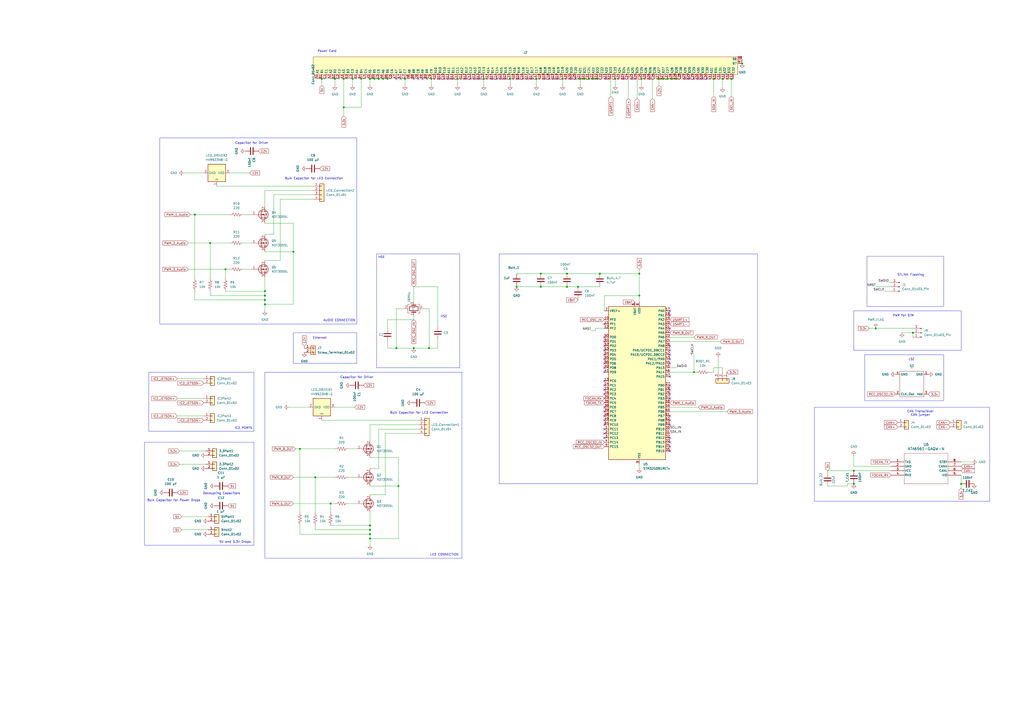
<source format=kicad_sch>
(kicad_sch (version 20250114) (generator "eeschema") (generator_version "9.0")
  (paper "A2")
  (title_block (title "Thruster Control Card") (company "Robatics @ Maryland") (comment 1 "S.G") (comment 2 "Andrew Schaefer"))
  (rectangle (start 289.56 147.32) (end 439.42 280.67))
  (rectangle (start 92.71 80.01) (end 207.01 187.96))
  (rectangle (start 153.67 215.9) (end 267.97 323.85))
  (rectangle (start 472.44 236.22) (end 574.04 290.83))
  (rectangle (start 83.82 256.54) (end 147.32 316.23))
  (rectangle (start 86.36 215.9) (end 147.32 250.19))
  (rectangle (start 170.18 193.04) (end 207.01 210.82))
  (rectangle (start 501.65 205.74) (end 547.37 232.41))
  (text "Bulk Capacitor for LED Connection\n" (at 243.078 239.522 0) (effects (font (size 1.27 1.27))))
  (text "Power Card" (at 184.15 30.48 0) (effects (font (size 1.27 1.27)) (justify left bottom)))
  (text "Decoupling Capacitors" (at 128.524 286.258 0) (effects (font (size 1.27 1.27))))
  (text "LSE" (at 528.828 208.534 0) (effects (font (size 1.27 1.27))))
  (text "Bulk Capacitor for Power Drops" (at 100.838 290.322 0) (effects (font (size 1.27 1.27))))
  (text "IC2 PORTS" (at 141.224 248.412 0) (effects (font (size 1.27 1.27))))
  (text "Capacitor for Driver" (at 207.01 218.948 0) (effects (font (size 1.27 1.27))))
  (text "AUDIO CONNECTION" (at 196.85 185.928 0) (effects (font (size 1.27 1.27))))
  (text "5V and 3.3V Drops" (at 136.398 314.452 0) (effects (font (size 1.27 1.27))))
  (text "Capacitor for Driver" (at 146.05 83.058 0) (effects (font (size 1.27 1.27))))
  (text "STLINK Flashing\n" (at 528.32 159.512 0) (effects (font (size 1.27 1.27))))
  (text "PWR for STM" (at 524.002 183.134 0) (effects (font (size 1.27 1.27))))
  (text "CAN Transciever\nCAN jumper\n" (at 533.908 239.776 0) (effects (font (size 1.27 1.27))))
  (text "Bulk Capacitor for LED Connection\n" (at 182.118 103.632 0) (effects (font (size 1.27 1.27))))
  (text "HSE\n" (at 257.556 183.642 0) (effects (font (size 1.27 1.27))))
  (text "LED CONNECTION" (at 257.81 321.818 0) (effects (font (size 1.27 1.27))))
  (text "Ethernet		" (at 191.516 196.088 0) (effects (font (size 1.27 1.27))))
  (text_box "" (at 502.92 148.59 0) (size 44.45 29.21) (margins 0.9525 0.9525 0.9525 0.9525) (effects (font (size 1.27 1.27)) (justify left top)))
  (text_box "HSE" (at 218.44 147.32 0) (size 48.26 66.04) (margins 0.9525 0.9525 0.9525 0.9525) (effects (font (size 1.27 1.27)) (justify left top)))
  (text_box "" (at 495.3 180.34 0) (size 62.23 22.86) (margins 0.9525 0.9525 0.9525 0.9525) (effects (font (size 1.27 1.27)) (justify left top)))
  (junction (at 311.15 45.72))
  (junction (at 153.67 176.53))
  (junction (at 326.39 45.72))
  (junction (at 419.1 45.72))
  (junction (at 173.99 260.35))
  (junction (at 372.11 45.72))
  (junction (at 217.17 45.72))
  (junction (at 356.87 45.72))
  (junction (at 199.39 45.72))
  (junction (at 346.71 45.72))
  (junction (at 186.69 45.72))
  (junction (at 382.27 45.72))
  (junction (at 204.47 45.72))
  (junction (at 335.28 166.37))
  (junction (at 199.39 62.23))
  (junction (at 313.69 166.37))
  (junction (at 280.67 45.72))
  (junction (at 495.3 280.67))
  (junction (at 153.67 173.99))
  (junction (at 370.84 171.45))
  (junction (at 194.31 45.72))
  (junction (at 424.18 45.72))
  (junction (at 392.43 45.72))
  (junction (at 299.72 166.37))
  (junction (at 182.88 276.86))
  (junction (at 384.81 45.72))
  (junction (at 328.93 158.75))
  (junction (at 341.63 45.72))
  (junction (at 336.55 45.72))
  (junction (at 347.98 158.75))
  (junction (at 387.35 45.72))
  (junction (at 214.63 307.34))
  (junction (at 224.79 45.72))
  (junction (at 222.25 45.72))
  (junction (at 402.59 215.9))
  (junction (at 414.02 45.72))
  (junction (at 240.03 201.93))
  (junction (at 495.3 273.05))
  (junction (at 153.67 171.45))
  (junction (at 328.93 166.37))
  (junction (at 250.19 45.72))
  (junction (at 389.89 45.72))
  (junction (at 219.71 45.72))
  (junction (at 229.87 201.93))
  (junction (at 508 190.5))
  (junction (at 113.03 124.46))
  (junction (at 231.14 281.94))
  (junction (at 209.55 45.72))
  (junction (at 370.84 158.75))
  (junction (at 191.77 292.1))
  (junction (at 214.63 309.88))
  (junction (at 313.69 158.75))
  (junction (at 170.18 146.05))
  (junction (at 557.53 280.67))
  (junction (at 234.95 45.72))
  (junction (at 214.63 312.42))
  (junction (at 430.53 36.83))
  (junction (at 214.63 45.72))
  (junction (at 153.67 168.91))
  (junction (at 295.91 45.72))
  (junction (at 265.43 45.72))
  (junction (at 214.63 304.8))
  (junction (at 339.09 45.72))
  (junction (at 529.59 193.04))
  (junction (at 344.17 45.72))
  (junction (at 121.92 140.97))
  (junction (at 248.92 201.93))
  (junction (at 130.81 156.21))
  (no_connect (at 350.52 246.38))
  (no_connect (at 331.47 45.72))
  (no_connect (at 306.07 45.72))
  (no_connect (at 388.62 203.2))
  (no_connect (at 388.62 205.74))
  (no_connect (at 257.81 45.72))
  (no_connect (at 350.52 243.84))
  (no_connect (at 388.62 231.14))
  (no_connect (at 388.62 228.6))
  (no_connect (at 270.51 45.72))
  (no_connect (at 388.62 180.34))
  (no_connect (at 350.52 203.2))
  (no_connect (at 229.87 45.72))
  (no_connect (at 350.52 198.12))
  (no_connect (at 275.59 45.72))
  (no_connect (at 388.62 261.62))
  (no_connect (at 247.65 45.72))
  (no_connect (at 303.53 45.72))
  (no_connect (at 350.52 241.3))
  (no_connect (at 388.62 226.06))
  (no_connect (at 388.62 210.82))
  (no_connect (at 293.37 45.72))
  (no_connect (at 350.52 220.98))
  (no_connect (at 255.27 45.72))
  (no_connect (at 377.19 45.72))
  (no_connect (at 350.52 200.66))
  (no_connect (at 388.62 190.5))
  (no_connect (at 308.61 45.72))
  (no_connect (at 316.23 45.72))
  (no_connect (at 402.59 45.72))
  (no_connect (at 290.83 45.72))
  (no_connect (at 388.62 246.38))
  (no_connect (at 278.13 45.72))
  (no_connect (at 262.89 45.72))
  (no_connect (at 397.51 45.72))
  (no_connect (at 350.52 251.46))
  (no_connect (at 350.52 195.58))
  (no_connect (at 300.99 45.72))
  (no_connect (at 388.62 208.28))
  (no_connect (at 232.41 45.72))
  (no_connect (at 350.52 236.22))
  (no_connect (at 350.52 205.74))
  (no_connect (at 388.62 223.52))
  (no_connect (at 388.62 256.54))
  (no_connect (at 367.03 45.72))
  (no_connect (at 350.52 215.9))
  (no_connect (at 323.85 45.72))
  (no_connect (at 285.75 45.72))
  (no_connect (at 388.62 241.3))
  (no_connect (at 350.52 248.92))
  (no_connect (at 400.05 45.72))
  (no_connect (at 388.62 254))
  (no_connect (at 351.79 45.72))
  (no_connect (at 388.62 243.84))
  (no_connect (at 388.62 259.08))
  (no_connect (at 321.31 45.72))
  (no_connect (at 350.52 187.96))
  (no_connect (at 350.52 208.28))
  (no_connect (at 240.03 45.72))
  (no_connect (at 350.52 228.6))
  (no_connect (at 350.52 226.06))
  (no_connect (at 388.62 182.88))
  (no_connect (at 350.52 254))
  (no_connect (at 407.67 45.72))
  (no_connect (at 350.52 213.36))
  (no_connect (at 273.05 45.72))
  (no_connect (at 350.52 238.76))
  (no_connect (at 288.29 45.72))
  (no_connect (at 361.95 45.72))
  (no_connect (at 388.62 218.44))
  (no_connect (at 388.62 200.66))
  (no_connect (at 350.52 223.52))
  (no_connect (at 245.11 45.72))
  (no_connect (at 410.21 45.72))
  (no_connect (at 318.77 45.72))
  (no_connect (at 334.01 45.72))
  (no_connect (at 242.57 45.72))
  (no_connect (at 260.35 45.72))
  (no_connect (at 405.13 45.72))
  (no_connect (at 350.52 210.82))
  (wire (pts (xy 328.93 158.75) (xy 347.98 158.75)))
  (wire (pts (xy 250.19 45.72) (xy 252.73 45.72)))
  (wire (pts (xy 199.39 45.72) (xy 201.93 45.72)))
  (wire (pts (xy 140.97 140.97) (xy 146.05 140.97)))
  (wire (pts (xy 326.39 45.72) (xy 326.39 49.53)))
  (wire (pts (xy 121.92 171.45) (xy 153.67 171.45)))
  (wire (pts (xy 254 201.93) (xy 248.92 201.93)))
  (wire (pts (xy 231.14 312.42) (xy 214.63 312.42)))
  (wire (pts (xy 140.97 124.46) (xy 146.05 124.46)))
  (wire (pts (xy 313.69 166.37) (xy 328.93 166.37)))
  (wire (pts (xy 414.02 213.36) (xy 419.1 213.36)))
  (wire (pts (xy 153.67 168.91) (xy 153.67 171.45)))
  (wire (pts (xy 414.02 215.9) (xy 414.02 213.36)))
  (wire (pts (xy 204.47 45.72) (xy 207.01 45.72)))
  (wire (pts (xy 130.81 156.21) (xy 133.35 156.21)))
  (wire (pts (xy 248.92 201.93) (xy 248.92 179.07)))
  (wire (pts (xy 184.15 45.72) (xy 186.69 45.72)))
  (wire (pts (xy 153.67 146.05) (xy 170.18 146.05)))
  (wire (pts (xy 162.56 151.13) (xy 162.56 115.57)))
  (wire (pts (xy 250.19 45.72) (xy 250.19 49.53)))
  (wire (pts (xy 402.59 215.9) (xy 403.86 215.9)))
  (wire (pts (xy 171.45 260.35) (xy 173.99 260.35)))
  (wire (pts (xy 424.18 45.72) (xy 425.45 45.72)))
  (wire (pts (xy 240.03 185.42) (xy 240.03 182.88)))
  (wire (pts (xy 109.22 140.97) (xy 121.92 140.97)))
  (wire (pts (xy 370.84 269.24) (xy 370.84 271.78)))
  (wire (pts (xy 219.71 45.72) (xy 222.25 45.72)))
  (wire (pts (xy 265.43 45.72) (xy 265.43 49.53)))
  (wire (pts (xy 240.03 166.37) (xy 240.03 175.26)))
  (wire (pts (xy 182.88 304.8) (xy 182.88 307.34)))
  (wire (pts (xy 557.53 280.67) (xy 557.53 275.59)))
  (wire (pts (xy 182.88 276.86) (xy 194.31 276.86)))
  (wire (pts (xy 209.55 45.72) (xy 212.09 45.72)))
  (wire (pts (xy 328.93 166.37) (xy 335.28 166.37)))
  (wire (pts (xy 345.44 191.77) (xy 345.44 190.5)))
  (wire (pts (xy 335.28 166.37) (xy 347.98 166.37)))
  (wire (pts (xy 417.83 45.72) (xy 419.1 45.72)))
  (wire (pts (xy 113.03 124.46) (xy 133.35 124.46)))
  (wire (pts (xy 173.99 309.88) (xy 214.63 309.88)))
  (wire (pts (xy 102.87 241.3) (xy 118.11 241.3)))
  (wire (pts (xy 480.06 273.05) (xy 495.3 273.05)))
  (wire (pts (xy 234.95 45.72) (xy 237.49 45.72)))
  (wire (pts (xy 344.17 45.72) (xy 346.71 45.72)))
  (wire (pts (xy 214.63 309.88) (xy 214.63 312.42)))
  (wire (pts (xy 106.68 100.33) (xy 118.11 100.33)))
  (wire (pts (xy 170.18 276.86) (xy 182.88 276.86)))
  (wire (pts (xy 224.79 45.72) (xy 227.33 45.72)))
  (wire (pts (xy 508 166.37) (xy 516.89 166.37)))
  (wire (pts (xy 153.67 176.53) (xy 153.67 180.34)))
  (wire (pts (xy 133.35 100.33) (xy 144.78 100.33)))
  (wire (pts (xy 191.77 304.8) (xy 214.63 304.8)))
  (wire (pts (xy 153.67 161.29) (xy 153.67 168.91)))
  (wire (pts (xy 382.27 45.72) (xy 384.81 45.72)))
  (wire (pts (xy 378.46 57.15) (xy 378.46 45.72)))
  (wire (pts (xy 153.67 151.13) (xy 162.56 151.13)))
  (wire (pts (xy 167.64 236.22) (xy 179.07 236.22)))
  (wire (pts (xy 162.56 115.57) (xy 181.61 115.57)))
  (wire (pts (xy 222.25 45.72) (xy 224.79 45.72)))
  (wire (pts (xy 311.15 45.72) (xy 313.69 45.72)))
  (wire (pts (xy 341.63 45.72) (xy 344.17 45.72)))
  (wire (pts (xy 217.17 45.72) (xy 219.71 45.72)))
  (wire (pts (xy 170.18 176.53) (xy 153.67 176.53)))
  (wire (pts (xy 557.53 267.97) (xy 563.88 267.97)))
  (wire (pts (xy 201.93 292.1) (xy 207.01 292.1)))
  (wire (pts (xy 170.18 129.54) (xy 170.18 146.05)))
  (wire (pts (xy 194.31 45.72) (xy 196.85 45.72)))
  (wire (pts (xy 372.11 45.72) (xy 372.11 49.53)))
  (wire (pts (xy 102.87 219.71) (xy 118.11 219.71)))
  (wire (pts (xy 214.63 246.38) (xy 214.63 255.27)))
  (wire (pts (xy 419.1 45.72) (xy 420.37 45.72)))
  (wire (pts (xy 191.77 292.1) (xy 194.31 292.1)))
  (wire (pts (xy 209.55 62.23) (xy 199.39 62.23)))
  (wire (pts (xy 388.62 213.36) (xy 392.43 213.36)))
  (wire (pts (xy 350.52 171.45) (xy 350.52 180.34)))
  (wire (pts (xy 214.63 45.72) (xy 217.17 45.72)))
  (wire (pts (xy 109.22 156.21) (xy 130.81 156.21)))
  (wire (pts (xy 121.92 140.97) (xy 133.35 140.97)))
  (wire (pts (xy 491.49 280.67) (xy 495.3 280.67)))
  (wire (pts (xy 430.53 34.29) (xy 430.53 36.83)))
  (wire (pts (xy 388.62 198.12) (xy 417.83 198.12)))
  (wire (pts (xy 153.67 135.89) (xy 158.75 135.89)))
  (wire (pts (xy 113.03 168.91) (xy 113.03 173.99)))
  (wire (pts (xy 223.52 251.46) (xy 242.57 251.46)))
  (wire (pts (xy 364.49 45.72) (xy 364.49 57.15)))
  (wire (pts (xy 186.69 45.72) (xy 189.23 45.72)))
  (wire (pts (xy 345.44 190.5) (xy 350.52 190.5)))
  (wire (pts (xy 299.72 158.75) (xy 313.69 158.75)))
  (wire (pts (xy 389.89 45.72) (xy 392.43 45.72)))
  (wire (pts (xy 356.87 45.72) (xy 359.41 45.72)))
  (wire (pts (xy 508 190.5) (xy 529.59 190.5)))
  (wire (pts (xy 140.97 156.21) (xy 146.05 156.21)))
  (wire (pts (xy 158.75 113.03) (xy 181.61 113.03)))
  (wire (pts (xy 173.99 260.35) (xy 173.99 297.18)))
  (wire (pts (xy 199.39 62.23) (xy 199.39 67.31)))
  (wire (pts (xy 370.84 158.75) (xy 347.98 158.75)))
  (wire (pts (xy 201.93 260.35) (xy 207.01 260.35)))
  (wire (pts (xy 295.91 45.72) (xy 295.91 49.53)))
  (wire (pts (xy 104.14 261.62) (xy 119.38 261.62)))
  (wire (pts (xy 130.81 156.21) (xy 130.81 161.29)))
  (wire (pts (xy 424.18 45.72) (xy 424.18 55.88)))
  (wire (pts (xy 104.14 269.24) (xy 119.38 269.24)))
  (wire (pts (xy 480.06 273.05) (xy 480.06 274.32)))
  (wire (pts (xy 495.3 273.05) (xy 516.89 273.05)))
  (wire (pts (xy 414.02 45.72) (xy 415.29 45.72)))
  (wire (pts (xy 229.87 201.93) (xy 240.03 201.93)))
  (wire (pts (xy 121.92 140.97) (xy 121.92 161.29)))
  (wire (pts (xy 121.92 168.91) (xy 121.92 171.45)))
  (wire (pts (xy 240.03 166.37) (xy 254 166.37)))
  (wire (pts (xy 387.35 45.72) (xy 389.89 45.72)))
  (wire (pts (xy 248.92 179.07) (xy 245.11 179.07)))
  (wire (pts (xy 529.59 193.04) (xy 529.59 195.58)))
  (wire (pts (xy 557.53 283.21) (xy 557.53 280.67)))
  (wire (pts (xy 214.63 304.8) (xy 214.63 307.34)))
  (wire (pts (xy 370.84 158.75) (xy 370.84 171.45)))
  (wire (pts (xy 170.18 146.05) (xy 170.18 176.53)))
  (wire (pts (xy 223.52 287.02) (xy 223.52 251.46)))
  (wire (pts (xy 153.67 129.54) (xy 170.18 129.54)))
  (wire (pts (xy 234.95 45.72) (xy 234.95 49.53)))
  (wire (pts (xy 201.93 276.86) (xy 207.01 276.86)))
  (wire (pts (xy 369.57 45.72) (xy 369.57 57.15)))
  (wire (pts (xy 219.71 271.78) (xy 219.71 248.92)))
  (wire (pts (xy 214.63 307.34) (xy 214.63 309.88)))
  (wire (pts (xy 350.52 171.45) (xy 370.84 171.45)))
  (wire (pts (xy 191.77 45.72) (xy 194.31 45.72)))
  (wire (pts (xy 214.63 287.02) (xy 223.52 287.02)))
  (wire (pts (xy 388.62 195.58) (xy 402.59 195.58)))
  (wire (pts (xy 186.69 45.72) (xy 186.69 49.53)))
  (wire (pts (xy 416.56 207.01) (xy 416.56 215.9)))
  (wire (pts (xy 384.81 45.72) (xy 387.35 45.72)))
  (wire (pts (xy 392.43 45.72) (xy 394.97 45.72)))
  (wire (pts (xy 204.47 45.72) (xy 204.47 49.53)))
  (wire (pts (xy 176.53 200.66) (xy 176.53 201.93)))
  (wire (pts (xy 346.71 45.72) (xy 349.25 45.72)))
  (wire (pts (xy 370.84 156.21) (xy 370.84 158.75)))
  (wire (pts (xy 170.18 292.1) (xy 191.77 292.1)))
  (wire (pts (xy 372.11 45.72) (xy 374.65 45.72)))
  (wire (pts (xy 388.62 236.22) (xy 405.13 236.22)))
  (wire (pts (xy 153.67 110.49) (xy 153.67 119.38)))
  (wire (pts (xy 254 196.85) (xy 254 201.93)))
  (wire (pts (xy 214.63 297.18) (xy 214.63 304.8)))
  (wire (pts (xy 295.91 45.72) (xy 298.45 45.72)))
  (wire (pts (xy 339.09 45.72) (xy 341.63 45.72)))
  (wire (pts (xy 515.62 163.83) (xy 516.89 163.83)))
  (wire (pts (xy 336.55 45.72) (xy 339.09 45.72)))
  (wire (pts (xy 182.88 276.86) (xy 182.88 297.18)))
  (wire (pts (xy 495.3 264.16) (xy 495.3 270.51)))
  (wire (pts (xy 419.1 45.72) (xy 419.1 50.8)))
  (wire (pts (xy 214.63 312.42) (xy 214.63 316.23)))
  (wire (pts (xy 342.9 191.77) (xy 345.44 191.77)))
  (wire (pts (xy 382.27 45.72) (xy 382.27 49.53)))
  (wire (pts (xy 219.71 248.92) (xy 242.57 248.92)))
  (wire (pts (xy 224.79 185.42) (xy 224.79 190.5)))
  (wire (pts (xy 194.31 236.22) (xy 205.74 236.22)))
  (wire (pts (xy 412.75 45.72) (xy 414.02 45.72)))
  (wire (pts (xy 181.61 110.49) (xy 153.67 110.49)))
  (wire (pts (xy 173.99 304.8) (xy 173.99 309.88)))
  (wire (pts (xy 214.63 281.94) (xy 231.14 281.94)))
  (wire (pts (xy 414.02 45.72) (xy 414.02 55.88)))
  (wire (pts (xy 110.49 124.46) (xy 113.03 124.46)))
  (wire (pts (xy 231.14 265.43) (xy 231.14 281.94)))
  (wire (pts (xy 158.75 135.89) (xy 158.75 113.03)))
  (wire (pts (xy 313.69 158.75) (xy 328.93 158.75)))
  (wire (pts (xy 491.49 281.94) (xy 491.49 280.67)))
  (wire (pts (xy 153.67 171.45) (xy 153.67 173.99)))
  (wire (pts (xy 516.89 270.51) (xy 495.3 270.51)))
  (wire (pts (xy 199.39 45.72) (xy 199.39 62.23)))
  (wire (pts (xy 254 166.37) (xy 254 189.23)))
  (wire (pts (xy 102.87 231.14) (xy 118.11 231.14)))
  (wire (pts (xy 336.55 45.72) (xy 336.55 49.53)))
  (wire (pts (xy 191.77 292.1) (xy 191.77 297.18)))
  (wire (pts (xy 354.33 45.72) (xy 354.33 55.88)))
  (wire (pts (xy 299.72 166.37) (xy 313.69 166.37)))
  (wire (pts (xy 311.15 45.72) (xy 311.15 49.53)))
  (wire (pts (xy 480.06 281.94) (xy 491.49 281.94)))
  (wire (pts (xy 153.67 173.99) (xy 153.67 176.53)))
  (wire (pts (xy 513.08 168.91) (xy 516.89 168.91)))
  (wire (pts (xy 231.14 281.94) (xy 231.14 312.42)))
  (wire (pts (xy 182.88 307.34) (xy 214.63 307.34)))
  (wire (pts (xy 194.31 45.72) (xy 194.31 49.53)))
  (wire (pts (xy 326.39 45.72) (xy 328.93 45.72)))
  (wire (pts (xy 265.43 45.72) (xy 267.97 45.72)))
  (wire (pts (xy 240.03 201.93) (xy 248.92 201.93)))
  (wire (pts (xy 224.79 201.93) (xy 229.87 201.93)))
  (wire (pts (xy 280.67 45.72) (xy 280.67 49.53)))
  (wire (pts (xy 105.41 307.34) (xy 120.65 307.34)))
  (wire (pts (xy 422.91 45.72) (xy 424.18 45.72)))
  (wire (pts (xy 280.67 45.72) (xy 283.21 45.72)))
  (wire (pts (xy 173.99 260.35) (xy 194.31 260.35)))
  (wire (pts (xy 504.19 190.5) (xy 508 190.5)))
  (wire (pts (xy 402.59 205.74) (xy 402.59 215.9)))
  (wire (pts (xy 125.73 107.95) (xy 181.61 107.95)))
  (wire (pts (xy 186.69 243.84) (xy 242.57 243.84)))
  (wire (pts (xy 214.63 271.78) (xy 219.71 271.78)))
  (wire (pts (xy 113.03 124.46) (xy 113.03 161.29)))
  (wire (pts (xy 356.87 45.72) (xy 356.87 49.53)))
  (wire (pts (xy 242.57 246.38) (xy 214.63 246.38)))
  (wire (pts (xy 388.62 215.9) (xy 402.59 215.9)))
  (wire (pts (xy 388.62 238.76) (xy 421.64 238.76)))
  (wire (pts (xy 229.87 179.07) (xy 234.95 179.07)))
  (wire (pts (xy 370.84 171.45) (xy 370.84 175.26)))
  (wire (pts (xy 105.41 299.72) (xy 120.65 299.72)))
  (wire (pts (xy 214.63 45.72) (xy 214.63 49.53)))
  (wire (pts (xy 209.55 45.72) (xy 209.55 62.23)))
  (wire (pts (xy 214.63 265.43) (xy 231.14 265.43)))
  (wire (pts (xy 419.1 213.36) (xy 419.1 215.9)))
  (wire (pts (xy 378.46 45.72) (xy 379.73 45.72)))
  (wire (pts (xy 529.59 193.04) (xy 523.24 193.04)))
  (wire (pts (xy 130.81 168.91) (xy 153.67 168.91)))
  (wire (pts (xy 224.79 198.12) (xy 224.79 201.93)))
  (wire (pts (xy 229.87 179.07) (xy 229.87 201.93)))
  (wire (pts (xy 113.03 173.99) (xy 153.67 173.99)))
  (wire (pts (xy 224.79 185.42) (xy 240.03 185.42)))
  (wire (pts (xy 411.48 215.9) (xy 414.02 215.9)))
  (label "SDA_IN" (at 388.62 251.46 0))
  (label "NRST" (at 508 166.37 180))
  (label "SWDIO" (at 515.62 163.83 180))
  (label "SCL_IN" (at 388.62 248.92 0))
  (label "SWCLK" (at 402.59 205.74 90))
  (label "SWDIO" (at 392.43 213.36 0))
  (label "NRST" (at 342.9 191.77 180))
  (label "SWCLK" (at 513.08 168.91 180))
  (global_label "CAN-" (shape input) (at 551.18 247.65 180) (property "Intersheetrefs" "${INTERSHEET_REFS}" (effects (hide yes))))
  (global_label "CAN+" (shape input) (at 520.7 247.65 180) (property "Intersheetrefs" "${INTERSHEET_REFS}" (effects (hide yes))))
  (global_label "PWM_3_Audio" (shape input) (at 421.64 238.76 0) (property "Intersheetrefs" "${INTERSHEET_REFS}" (effects (hide yes))))
  (global_label "5V" (shape input) (at 480.06 273.05 90) (property "Intersheetrefs" "${INTERSHEET_REFS}" (effects (hide yes))))
  (global_label "3.3v" (shape input) (at 504.19 190.5 180) (property "Intersheetrefs" "${INTERSHEET_REFS}" (effects (hide yes))))
  (global_label "PWM_3_Audio" (shape input) (at 109.22 156.21 180) (property "Intersheetrefs" "${INTERSHEET_REFS}" (effects (hide yes))))
  (global_label "USART1-" (shape input) (at 354.33 55.88 270) (property "Intersheetrefs" "${INTERSHEET_REFS}" (effects (hide yes))))
  (global_label "12V" (shape input) (at 382.27 49.53 270) (property "Intersheetrefs" "${INTERSHEET_REFS}" (effects (hide yes))))
  (global_label "PWM_R_OUT" (shape input) (at 402.59 195.58 0) (property "Intersheetrefs" "${INTERSHEET_REFS}" (effects (hide yes))))
  (global_label "12V" (shape input) (at 144.78 100.33 0) (property "Intersheetrefs" "${INTERSHEET_REFS}" (effects (hide yes))))
  (global_label "RCC_OSC_IN" (shape input) (at 240.03 185.42 270) (property "Intersheetrefs" "${INTERSHEET_REFS}" (effects (hide yes))))
  (global_label "USART1-" (shape input) (at 388.62 187.96 0) (property "Intersheetrefs" "${INTERSHEET_REFS}" (effects (hide yes))))
  (global_label "FDCAN_TX" (shape input) (at 350.52 233.68 180) (property "Intersheetrefs" "${INTERSHEET_REFS}" (effects (hide yes))))
  (global_label "RCC_OSC32_OUT" (shape input) (at 350.52 259.08 180) (property "Intersheetrefs" "${INTERSHEET_REFS}" (effects (hide yes))))
  (global_label "SDA_IN" (shape input) (at 414.02 55.88 270) (property "Intersheetrefs" "${INTERSHEET_REFS}" (effects (hide yes))))
  (global_label "3.3v" (shape input) (at 104.14 261.62 180) (property "Intersheetrefs" "${INTERSHEET_REFS}" (effects (hide yes))))
  (global_label "RCC_OSC32_IN" (shape input) (at 350.52 256.54 180) (property "Intersheetrefs" "${INTERSHEET_REFS}" (effects (hide yes))))
  (global_label "12V" (shape input) (at 149.86 87.63 0) (property "Intersheetrefs" "${INTERSHEET_REFS}" (effects (hide yes))))
  (global_label "IC2_JETSON-" (shape input) (at 118.11 222.25 180) (property "Intersheetrefs" "${INTERSHEET_REFS}" (effects (hide yes))))
  (global_label "CAN+" (shape input) (at 557.53 270.51 0) (property "Intersheetrefs" "${INTERSHEET_REFS}" (effects (hide yes))))
  (global_label "PWM_G_OUT" (shape input) (at 170.18 292.1 180) (property "Intersheetrefs" "${INTERSHEET_REFS}" (effects (hide yes))))
  (global_label "5V" (shape input) (at 186.69 49.53 270) (property "Intersheetrefs" "${INTERSHEET_REFS}" (effects (hide yes))))
  (global_label "12V" (shape input) (at 205.74 236.22 0) (property "Intersheetrefs" "${INTERSHEET_REFS}" (effects (hide yes))))
  (global_label "VBAT" (shape input) (at 368.3 175.26 180) (property "Intersheetrefs" "${INTERSHEET_REFS}" (effects (hide yes))))
  (global_label "3.3v" (shape input) (at 199.39 67.31 270) (property "Intersheetrefs" "${INTERSHEET_REFS}" (effects (hide yes))))
  (global_label "5V" (shape input) (at 132.08 293.37 0) (property "Intersheetrefs" "${INTERSHEET_REFS}" (effects (hide yes))))
  (global_label "12V" (shape input) (at 246.38 233.68 0) (property "Intersheetrefs" "${INTERSHEET_REFS}" (effects (hide yes))))
  (global_label "PWM_1_Audio" (shape input) (at 388.62 233.68 0) (property "Intersheetrefs" "${INTERSHEET_REFS}" (effects (hide yes))))
  (global_label "IC2_JETSON+" (shape input) (at 102.87 241.3 180) (property "Intersheetrefs" "${INTERSHEET_REFS}" (effects (hide yes))))
  (global_label "3.3v" (shape input) (at 557.53 283.21 270) (property "Intersheetrefs" "${INTERSHEET_REFS}" (effects (hide yes))))
  (global_label "CAN-" (shape input) (at 378.46 57.15 270) (property "Intersheetrefs" "${INTERSHEET_REFS}" (effects (hide yes))))
  (global_label "FDCAN_RX" (shape input) (at 350.52 231.14 180) (property "Intersheetrefs" "${INTERSHEET_REFS}" (effects (hide yes))))
  (global_label "3.3v" (shape input) (at 104.14 269.24 180) (property "Intersheetrefs" "${INTERSHEET_REFS}" (effects (hide yes))))
  (global_label "VBAT" (shape input) (at 335.28 173.99 180) (property "Intersheetrefs" "${INTERSHEET_REFS}" (effects (hide yes))))
  (global_label "IC2_JETSON-" (shape input) (at 118.11 233.68 180) (property "Intersheetrefs" "${INTERSHEET_REFS}" (effects (hide yes))))
  (global_label "USART1+" (shape input) (at 388.62 185.42 0) (property "Intersheetrefs" "${INTERSHEET_REFS}" (effects (hide yes))))
  (global_label "IC2_JETSON+" (shape input) (at 102.87 219.71 180) (property "Intersheetrefs" "${INTERSHEET_REFS}" (effects (hide yes))))
  (global_label "12V" (shape input) (at 210.82 223.52 0) (property "Intersheetrefs" "${INTERSHEET_REFS}" (effects (hide yes))))
  (global_label "RCC_OSC32_IN" (shape input) (at 519.43 228.6 180) (property "Intersheetrefs" "${INTERSHEET_REFS}" (effects (hide yes))))
  (global_label "PWM_B_OUT" (shape input) (at 388.62 193.04 0) (property "Intersheetrefs" "${INTERSHEET_REFS}" (effects (hide yes))))
  (global_label "CAN-" (shape input) (at 551.18 245.11 180) (property "Intersheetrefs" "${INTERSHEET_REFS}" (effects (hide yes))))
  (global_label "IC2_JETSON+" (shape input) (at 102.87 231.14 180) (property "Intersheetrefs" "${INTERSHEET_REFS}" (effects (hide yes))))
  (global_label "SCL_IN" (shape input) (at 424.18 55.88 270) (property "Intersheetrefs" "${INTERSHEET_REFS}" (effects (hide yes))))
  (global_label "RCC_OSC_OUT" (shape input) (at 240.03 166.37 90) (property "Intersheetrefs" "${INTERSHEET_REFS}" (effects (hide yes))))
  (global_label "5V" (shape input) (at 132.08 281.94 0) (property "Intersheetrefs" "${INTERSHEET_REFS}" (effects (hide yes))))
  (global_label "CAN+" (shape input) (at 520.7 245.11 180) (property "Intersheetrefs" "${INTERSHEET_REFS}" (effects (hide yes))))
  (global_label "12V" (shape input) (at 176.53 200.66 90) (property "Intersheetrefs" "${INTERSHEET_REFS}" (effects (hide yes))))
  (global_label "PWM_2_Audio" (shape input) (at 405.13 236.22 0) (property "Intersheetrefs" "${INTERSHEET_REFS}" (effects (hide yes))))
  (global_label "PWM_1_Audio" (shape input) (at 110.49 124.46 180) (property "Intersheetrefs" "${INTERSHEET_REFS}" (effects (hide yes))))
  (global_label "12V" (shape input) (at 102.87 285.75 0) (property "Intersheetrefs" "${INTERSHEET_REFS}" (effects (hide yes))))
  (global_label "CAN-" (shape input) (at 557.53 273.05 0) (property "Intersheetrefs" "${INTERSHEET_REFS}" (effects (hide yes))))
  (global_label "5V" (shape input) (at 105.41 307.34 180) (property "Intersheetrefs" "${INTERSHEET_REFS}" (effects (hide yes))))
  (global_label "USART1+" (shape input) (at 364.49 57.15 270) (property "Intersheetrefs" "${INTERSHEET_REFS}" (effects (hide yes))))
  (global_label "PWM_2_Audio" (shape input) (at 109.22 140.97 180) (property "Intersheetrefs" "${INTERSHEET_REFS}" (effects (hide yes))))
  (global_label "PWM_B_OUT" (shape input) (at 171.45 260.35 180) (property "Intersheetrefs" "${INTERSHEET_REFS}" (effects (hide yes))))
  (global_label "RCC_OSC_IN" (shape input) (at 350.52 185.42 180) (property "Intersheetrefs" "${INTERSHEET_REFS}" (effects (hide yes))))
  (global_label "PWM_R_OUT" (shape input) (at 170.18 276.86 180) (property "Intersheetrefs" "${INTERSHEET_REFS}" (effects (hide yes))))
  (global_label "FDCAN_TX" (shape input) (at 516.89 267.97 180) (property "Intersheetrefs" "${INTERSHEET_REFS}" (effects (hide yes))))
  (global_label "IC2_JETSON-" (shape input) (at 118.11 243.84 180) (property "Intersheetrefs" "${INTERSHEET_REFS}" (effects (hide yes))))
  (global_label "12V" (shape input) (at 185.42 97.79 0) (property "Intersheetrefs" "${INTERSHEET_REFS}" (effects (hide yes))))
  (global_label "3.3v" (shape input) (at 538.48 228.6 0) (property "Intersheetrefs" "${INTERSHEET_REFS}" (effects (hide yes))))
  (global_label "3.3v" (shape input) (at 370.84 156.21 90) (property "Intersheetrefs" "${INTERSHEET_REFS}" (effects (hide yes))))
  (global_label "FDCAN_RX" (shape input) (at 516.89 275.59 180) (property "Intersheetrefs" "${INTERSHEET_REFS}" (effects (hide yes))))
  (global_label "CAN+" (shape input) (at 369.57 57.15 270) (property "Intersheetrefs" "${INTERSHEET_REFS}" (effects (hide yes))))
  (global_label "3.3v" (shape input) (at 421.64 215.9 0) (property "Intersheetrefs" "${INTERSHEET_REFS}" (effects (hide yes))))
  (global_label "PWM_G_OUT" (shape input) (at 417.83 198.12 0) (property "Intersheetrefs" "${INTERSHEET_REFS}" (effects (hide yes))))
  (global_label "5V" (shape input) (at 105.41 299.72 180) (property "Intersheetrefs" "${INTERSHEET_REFS}" (effects (hide yes))))
  (symbol (lib_id "power:GND") (at 95.25 285.75 270) (unit 1)
    (property "Reference" "#PWR043" (effects (hide yes)))
    (property "Value" "GND" (at 90.17 285.75 0))
  )
  (symbol (lib_id "custom_components:SiT1552") (at 523.24 217.17 0) (unit 1)
    (property "Reference" "U1" (at 528.955 212.09 0))
    (property "Value" "~" (at 528.955 213.36 0))
    (property "Footprint" "custom_components:SiT1552" (effects (hide yes)))
  )
  (symbol (lib_id "Device:R_US") (at 198.12 292.1 90) (unit 1)
    (property "Reference" "R3" (at 198.12 285.75 90))
    (property "Value" "220" (at 198.12 288.29 90))
    (property "Footprint" "Resistor_SMD:R_0805_2012Metric_Pad1.20x1.40mm_HandSolder" (effects (hide yes)))
    (property "Description" "Resistor, US symbol" (effects (hide yes)))
  )
  (symbol (lib_id "power:GND") (at 495.3 264.16 180) (unit 1)
    (property "Reference" "#PWR050" (effects (hide yes)))
    (property "Value" "GND" (at 495.3 259.08 0))
  )
  (symbol (lib_id "power:GND") (at 238.76 233.68 270) (unit 1)
    (property "Reference" "#PWR011" (effects (hide yes)))
    (property "Value" "GND" (at 233.68 233.68 0))
  )
  (symbol (lib_id "power:GND") (at 419.1 50.8 0) (unit 1)
    (property "Reference" "#PWR013" (effects (hide yes)))
    (property "Value" "GND" (at 419.1 55.88 0))
  )
  (symbol (lib_id "power:GND") (at 495.3 280.67 0) (unit 1)
    (property "Reference" "#PWR049" (effects (hide yes)))
    (property "Value" "GND" (at 495.3 285.75 0))
  )
  (symbol (lib_id "Device:C") (at 254 193.04 0) (unit 1)
    (property "Reference" "C3" (at 257.302 193.04 0) (effects (justify left)))
    (property "Value" "10pF" (effects (hide yes)))
    (property "Footprint" "Capacitor_SMD:C_0603_1608Metric" (effects (hide yes)))
    (property "Description" "Unpolarized capacitor" (effects (hide yes)))
  )
  (symbol (lib_id "Connector_Generic:Conn_01x02") (at 125.73 307.34 0) (unit 1)
    (property "Reference" "5Volt2" (at 128.27 307.3399 0) (effects (justify left)))
    (property "Value" "Conn_01x02" (at 128.27 309.8799 0) (effects (justify left)))
    (property "Footprint" "Connector_PinHeader_2.54mm:PinHeader_1x02_P2.54mm_Vertical" (effects (hide yes)))
    (property "Description" "Generic connector, single row, 01x02, script generated (kicad-library-utils/schlib/autogen/connector/)" (effects (hide yes)))
  )
  (symbol (lib_id "Transistor_FET:NDT3055L") (at 151.13 140.97 0) (unit 1)
    (property "Reference" "Q5" (at 157.48 139.6999 0) (effects (justify left)))
    (property "Value" "NDT3055L" (at 157.48 142.2399 0) (effects (justify left)))
    (property "Footprint" "Package_TO_SOT_SMD:SOT-223-3_TabPin2" (effects (hide yes)))
    (property "Datasheet" "https://www.onsemi.com/pdf/datasheet/ndt3055l-d.pdf" (effects (hide yes)))
    (property "Description" "4A Id, 60V Vds, N-Channel Logic Level Enhancement Mode MOSFET, SOT-223" (effects (hide yes)))
  )
  (symbol (lib_name "GND_2") (lib_id "power:GND") (at 106.68 100.33 270) (unit 1)
    (property "Reference" "#PWR017" (effects (hide yes)))
    (property "Value" "GND" (at 102.87 100.3299 90) (effects (justify right)))
    (property "Description" "Power symbol creates a global label with name \"GND\" , ground" (effects (hide yes)))
  )
  (symbol (lib_id "power:GND") (at 280.67 49.53 0) (unit 1)
    (property "Reference" "#PWR027" (effects (hide yes)))
    (property "Value" "GND" (at 280.67 54.61 0))
  )
  (symbol (lib_id "Device:C") (at 224.79 194.31 0) (unit 1)
    (property "Reference" "C2" (at 219.71 194.056 0) (effects (justify left)))
    (property "Value" "10pF" (effects (hide yes)))
    (property "Footprint" "Capacitor_SMD:C_0603_1608Metric" (effects (hide yes)))
    (property "Description" "Unpolarized capacitor" (effects (hide yes)))
  )
  (symbol (lib_id "power:GND") (at 372.11 49.53 0) (unit 1)
    (property "Reference" "#PWR033" (effects (hide yes)))
    (property "Value" "GND" (at 372.11 54.61 0))
  )
  (symbol (lib_id "Connector_Generic:Conn_01x03") (at 419.1 220.98 270) (unit 1)
    (property "Reference" "J8" (at 424.18 219.7099 90) (effects (justify left)))
    (property "Value" "Conn_01x03" (at 424.18 222.2499 90) (effects (justify left)))
    (property "Footprint" "custom_components:slide_switch_EGER1218_Thruster" (effects (hide yes)))
    (property "Description" "Generic connector, single row, 01x03, script generated (kicad-library-utils/schlib/autogen/connector/)" (effects (hide yes)))
  )
  (symbol (lib_id "power:GND") (at 299.72 166.37 0) (unit 1)
    (property "Reference" "#PWR052" (effects (hide yes)))
    (property "Value" "GND" (at 299.72 171.45 0))
  )
  (symbol (lib_id "power:GND") (at 203.2 223.52 270) (unit 1)
    (property "Reference" "#PWR021" (effects (hide yes)))
    (property "Value" "GND" (at 198.12 223.52 0))
  )
  (symbol (lib_id "Device:C") (at 181.61 97.79 270) (unit 1)
    (property "Reference" "C9" (at 181.61 90.17 90))
    (property "Value" "100 µF" (at 181.61 92.71 90))
    (property "Footprint" "Capacitor_THT:CP_Radial_D6.3mm_P2.50mm" (effects (hide yes)))
  )
  (symbol (lib_id "power:GND") (at 250.19 49.53 0) (unit 1)
    (property "Reference" "#PWR025" (effects (hide yes)))
    (property "Value" "GND" (at 250.19 54.61 0))
  )
  (symbol (lib_id "Device:C") (at 99.06 285.75 270) (unit 1)
    (property "Reference" "C10" (at 99.06 278.13 90))
    (property "Value" "100 µF" (at 99.06 280.67 90))
    (property "Footprint" "Capacitor_THT:CP_Radial_D6.3mm_P2.50mm" (effects (hide yes)))
  )
  (symbol (lib_id "power:GND") (at 565.15 280.67 0) (unit 1)
    (property "Reference" "#PWR048" (effects (hide yes)))
    (property "Value" "GND" (at 565.15 285.75 0))
  )
  (symbol (lib_id "power:GND") (at 124.46 281.94 270) (unit 1)
    (property "Reference" "#PWR056" (effects (hide yes)))
    (property "Value" "GND" (at 119.38 281.94 0))
  )
  (symbol (lib_id "Device:C") (at 128.27 293.37 270) (unit 1)
    (property "Reference" "C12" (at 128.27 288.798 90))
    (property "Value" "1 µF" (at 128.016 296.672 90))
    (property "Footprint" "Capacitor_THT:CP_Radial_D6.3mm_P2.50mm" (effects (hide yes)))
  )
  (symbol (lib_id "Transistor_FET:NDT3055L") (at 212.09 276.86 0) (unit 1)
    (property "Reference" "Q2" (at 218.44 275.5899 0) (effects (justify left)))
    (property "Value" "NDT3055L" (at 218.44 278.1299 0) (effects (justify left)))
    (property "Footprint" "Package_TO_SOT_SMD:SOT-223-3_TabPin2" (effects (hide yes)))
    (property "Datasheet" "https://www.onsemi.com/pdf/datasheet/ndt3055l-d.pdf" (effects (hide yes)))
    (property "Description" "4A Id, 60V Vds, N-Channel Logic Level Enhancement Mode MOSFET, SOT-223" (effects (hide yes)))
  )
  (symbol (lib_id "Device:C") (at 207.01 223.52 270) (unit 1)
    (property "Reference" "C1" (at 208.2801 227.33 0) (effects (justify left)))
    (property "Value" "100nf" (at 205.7401 227.33 0) (effects (justify left)))
    (property "Footprint" "Capacitor_THT:CP_Radial_D6.3mm_P2.50mm" (effects (hide yes)))
  )
  (symbol (lib_id "power:GND") (at 538.48 217.17 90) (unit 1)
    (property "Reference" "#PWR010" (effects (hide yes)))
    (property "Value" "GND" (at 542.29 217.1699 90) (effects (justify right)))
  )
  (symbol (lib_id "Device:R_US") (at 407.67 215.9 90) (unit 1)
    (property "Reference" "BOOT_R1" (at 407.67 209.55 90))
    (property "Value" "10k" (at 407.67 212.09 90))
    (property "Footprint" "Resistor_SMD:R_0805_2012Metric_Pad1.20x1.40mm_HandSolder" (effects (hide yes)))
    (property "Description" "Resistor, US symbol" (effects (hide yes)))
  )
  (symbol (lib_name "GND_4") (lib_id "power:GND") (at 120.65 309.88 270) (unit 1)
    (property "Reference" "#PWR036" (effects (hide yes)))
    (property "Value" "GND" (at 116.84 309.8799 90) (effects (justify right)))
    (property "Description" "Power symbol creates a global label with name \"GND\" , ground" (effects (hide yes)))
  )
  (symbol (lib_id "Device:C") (at 561.34 280.67 90) (unit 1)
    (property "Reference" "T_Cd2" (at 561.34 284.48 90))
    (property "Value" "100nF" (at 561.34 277.114 90))
    (property "Footprint" "Capacitor_SMD:C_0805_2012Metric_Pad1.18x1.45mm_HandSolder" (effects (hide yes)))
    (property "Description" "Unpolarized capacitor" (effects (hide yes)))
  )
  (symbol (lib_id "Connector_Generic:Conn_01x02") (at 124.46 269.24 0) (unit 1)
    (property "Reference" "3.3Port2" (at 127 269.2399 0) (effects (justify left)))
    (property "Value" "Conn_01x02" (at 127 271.7799 0) (effects (justify left)))
    (property "Footprint" "Connector_PinHeader_2.54mm:PinHeader_1x02_P2.54mm_Vertical" (effects (hide yes)))
    (property "Description" "Generic connector, single row, 01x02, script generated (kicad-library-utils/schlib/autogen/connector/)" (effects (hide yes)))
  )
  (symbol (lib_id "Device:R_US") (at 198.12 276.86 90) (unit 1)
    (property "Reference" "R2" (at 198.12 270.51 90))
    (property "Value" "220" (at 198.12 273.05 90))
    (property "Footprint" "Resistor_SMD:R_0805_2012Metric_Pad1.20x1.40mm_HandSolder" (effects (hide yes)))
    (property "Description" "Resistor, US symbol" (effects (hide yes)))
  )
  (symbol (lib_id "Connector:Conn_01x03_Pin") (at 521.97 166.37 180) (unit 1)
    (property "Reference" "J1" (at 523.24 165.0999 0) (effects (justify right)))
    (property "Value" "Conn_01x03_Pin" (at 523.24 167.6399 0) (effects (justify right)))
    (property "Footprint" "Connector_PinHeader_2.54mm:PinHeader_1x03_P2.54mm_Vertical" (effects (hide yes)))
    (property "Description" "Generic connector, single row, 01x03, script generated" (effects (hide yes)))
  )
  (symbol (lib_id "power:GND") (at 124.46 293.37 270) (unit 1)
    (property "Reference" "#PWR058" (effects (hide yes)))
    (property "Value" "GND" (at 119.38 293.37 0))
  )
  (symbol (lib_name "GND_3") (lib_id "power:GND") (at 119.38 264.16 270) (unit 1)
    (property "Reference" "#PWR035" (effects (hide yes)))
    (property "Value" "GND" (at 115.57 264.1599 90) (effects (justify right)))
    (property "Description" "Power symbol creates a global label with name \"GND\" , ground" (effects (hide yes)))
  )
  (symbol (lib_id "Device:C") (at 480.06 278.13 0) (unit 1)
    (property "Reference" "Bulk_22" (at 476.25 278.13 90))
    (property "Value" "22uF" (at 483.616 278.13 90))
    (property "Footprint" "Capacitor_SMD:C_0805_2012Metric_Pad1.18x1.45mm_HandSolder" (effects (hide yes)))
    (property "Description" "Unpolarized capacitor" (effects (hide yes)))
  )
  (symbol (lib_id "Device:R_US") (at 137.16 140.97 90) (unit 1)
    (property "Reference" "R11" (at 137.16 134.62 90))
    (property "Value" "220" (at 137.16 137.16 90))
    (property "Footprint" "Resistor_SMD:R_0805_2012Metric_Pad1.20x1.40mm_HandSolder" (effects (hide yes)))
    (property "Description" "Resistor, US symbol" (effects (hide yes)))
  )
  (symbol (lib_id "power:GND") (at 430.53 36.83 0) (unit 1)
    (property "Reference" "#PWR09" (effects (hide yes)))
    (property "Value" "GND" (at 430.53 41.91 0))
  )
  (symbol (lib_id "power:GND") (at 523.24 193.04 0) (unit 1)
    (property "Reference" "#PWR053" (effects (hide yes)))
    (property "Value" "GND" (at 523.24 198.12 0))
  )
  (symbol (lib_id "Device:R_US") (at 130.81 165.1 180) (unit 1)
    (property "Reference" "R9" (at 133.35 163.8299 0) (effects (justify right)))
    (property "Value" "10k" (at 133.35 166.3699 0) (effects (justify right)))
    (property "Footprint" "Resistor_SMD:R_0805_2012Metric_Pad1.20x1.40mm_HandSolder" (effects (hide yes)))
    (property "Description" "Resistor, US symbol" (effects (hide yes)))
  )
  (symbol (lib_id "Device:C") (at 495.3 276.86 0) (unit 1)
    (property "Reference" "T_Cd1" (at 491.49 276.86 90))
    (property "Value" "100nF" (at 498.856 276.86 90))
    (property "Footprint" "Capacitor_SMD:C_0805_2012Metric_Pad1.18x1.45mm_HandSolder" (effects (hide yes)))
    (property "Description" "Unpolarized capacitor" (effects (hide yes)))
  )
  (symbol (lib_id "Device:C") (at 328.93 162.56 0) (mirror y) (unit 1)
    (property "Reference" "C5" (at 329.438 155.956 0) (effects (justify left)))
    (property "Value" "100nF" (at 330.962 153.416 0) (effects (justify left)))
    (property "Footprint" "Capacitor_SMD:C_0805_2012Metric_Pad1.18x1.45mm_HandSolder" (effects (hide yes)))
    (property "Description" "Unpolarized capacitor" (effects (hide yes)))
  )
  (symbol (lib_id "power:GND") (at 214.63 49.53 0) (unit 1)
    (property "Reference" "#PWR012" (effects (hide yes)))
    (property "Value" "GND" (at 214.63 54.61 0))
  )
  (symbol (lib_id "power:GND") (at 326.39 49.53 0) (unit 1)
    (property "Reference" "#PWR030" (effects (hide yes)))
    (property "Value" "GND" (at 326.39 54.61 0))
  )
  (symbol (lib_id "Connector_Generic:Conn_01x04") (at 247.65 246.38 0) (unit 1)
    (property "Reference" "LED_Connection1" (at 250.19 246.3799 0) (effects (justify left)))
    (property "Value" "Conn_01x04" (at 250.19 248.9199 0) (effects (justify left)))
    (property "Footprint" "Connector_JST:JST_EH_B4B-EH-A_1x04_P2.50mm_Vertical" (effects (hide yes)))
    (property "Description" "Generic connector, single row, 01x04, script generated (kicad-library-utils/schlib/autogen/connector/)" (effects (hide yes)))
  )
  (symbol (lib_id "Device:R_US") (at 137.16 156.21 90) (unit 1)
    (property "Reference" "R12" (at 137.16 149.86 90))
    (property "Value" "220" (at 137.16 152.4 90))
    (property "Footprint" "Resistor_SMD:R_0805_2012Metric_Pad1.20x1.40mm_HandSolder" (effects (hide yes)))
    (property "Description" "Resistor, US symbol" (effects (hide yes)))
  )
  (symbol (lib_id "MCU_ST_STM32G0:STM32G0B1RETx") (at 368.3 223.52 0) (unit 1)
    (property "Reference" "U5" (at 373.0341 269.24 0) (effects (justify left)))
    (property "Value" "STM32G0B1RETx" (at 373.0341 271.78 0) (effects (justify left)))
    (property "Footprint" "Package_QFP:LQFP-64_10x10mm_P0.5mm" (effects (hide yes)))
    (property "Datasheet" "https://www.st.com/resource/en/datasheet/stm32g0b1re.pdf" (effects (hide yes)))
  )
  (symbol (lib_id "Connector_Generic:Conn_01x02") (at 125.73 299.72 0) (unit 1)
    (property "Reference" "5VPort1" (at 128.27 299.7199 0) (effects (justify left)))
    (property "Value" "Conn_01x02" (at 128.27 302.2599 0) (effects (justify left)))
    (property "Footprint" "Connector_PinHeader_2.54mm:PinHeader_1x02_P2.54mm_Vertical" (effects (hide yes)))
    (property "Description" "Generic connector, single row, 01x02, script generated (kicad-library-utils/schlib/autogen/connector/)" (effects (hide yes)))
  )
  (symbol (lib_id "Connector_Generic:Conn_01x02") (at 124.46 261.62 0) (unit 1)
    (property "Reference" "3.3Port1" (at 127 261.6199 0) (effects (justify left)))
    (property "Value" "Conn_01x02" (at 127 264.1599 0) (effects (justify left)))
    (property "Footprint" "Connector_PinHeader_2.54mm:PinHeader_1x02_P2.54mm_Vertical" (effects (hide yes)))
    (property "Description" "Generic connector, single row, 01x02, script generated (kicad-library-utils/schlib/autogen/connector/)" (effects (hide yes)))
  )
  (symbol (lib_id "Transistor_FET:NDT3055L") (at 212.09 260.35 0) (unit 1)
    (property "Reference" "Q1" (at 218.44 259.0799 0) (effects (justify left)))
    (property "Value" "NDT3055L" (at 218.44 261.6199 0) (effects (justify left)))
    (property "Footprint" "Package_TO_SOT_SMD:SOT-223-3_TabPin2" (effects (hide yes)))
    (property "Datasheet" "https://www.onsemi.com/pdf/datasheet/ndt3055l-d.pdf" (effects (hide yes)))
    (property "Description" "4A Id, 60V Vds, N-Channel Logic Level Enhancement Mode MOSFET, SOT-223" (effects (hide yes)))
  )
  (symbol (lib_id "Device:R_US") (at 113.03 165.1 180) (unit 1)
    (property "Reference" "R7" (at 115.57 163.8299 0) (effects (justify right)))
    (property "Value" "10k" (at 115.57 166.3699 0) (effects (justify right)))
    (property "Footprint" "Resistor_SMD:R_0805_2012Metric_Pad1.20x1.40mm_HandSolder" (effects (hide yes)))
    (property "Description" "Resistor, US symbol" (effects (hide yes)))
  )
  (symbol (lib_id "power:GND") (at 356.87 49.53 0) (unit 1)
    (property "Reference" "#PWR032" (effects (hide yes)))
    (property "Value" "GND" (at 356.87 53.594 0))
  )
  (symbol (lib_id "Connector:Screw_Terminal_01x02") (at 181.61 201.93 0) (unit 1)
    (property "Reference" "J7" (at 184.15 201.9299 0) (effects (justify left)))
    (property "Value" "Screw_Terminal_01x02" (at 184.15 204.4699 0) (effects (justify left)))
    (property "Footprint" "custom_components:screw_junc_254_2by1" (effects (hide yes)))
    (property "Description" "Generic screw terminal, single row, 01x02, script generated (kicad-library-utils/schlib/autogen/connector/)" (effects (hide yes)))
  )
  (symbol (lib_name "650470_1") (lib_id "Custom:650470") (at 181.61 43.18 90) (unit 1)
    (property "Reference" "J2" (at 304.8 30.48 90))
    (property "Value" "Conn_01x02" (at 181.61 43.18 0))
    (property "Footprint" "Custom:6509475" (effects (hide yes)))
  )
  (symbol (lib_id "Transistor_FET:NDT3055L") (at 212.09 292.1 0) (unit 1)
    (property "Reference" "Q3" (at 218.44 290.8299 0) (effects (justify left)))
    (property "Value" "NDT3055L" (at 218.44 293.3699 0) (effects (justify left)))
    (property "Footprint" "Package_TO_SOT_SMD:SOT-223-3_TabPin2" (effects (hide yes)))
    (property "Datasheet" "https://www.onsemi.com/pdf/datasheet/ndt3055l-d.pdf" (effects (hide yes)))
    (property "Description" "4A Id, 60V Vds, N-Channel Logic Level Enhancement Mode MOSFET, SOT-223" (effects (hide yes)))
  )
  (symbol (lib_id "Device:R_US") (at 198.12 260.35 90) (unit 1)
    (property "Reference" "R1" (at 198.12 254 90))
    (property "Value" "220" (at 198.12 256.54 90))
    (property "Footprint" "Resistor_SMD:R_0805_2012Metric_Pad1.20x1.40mm_HandSolder" (effects (hide yes)))
    (property "Description" "Resistor, US symbol" (effects (hide yes)))
  )
  (symbol (lib_id "Device:C") (at 146.05 87.63 270) (unit 1)
    (property "Reference" "C8" (at 147.3201 91.44 0) (effects (justify left)))
    (property "Value" "100nf" (at 144.7801 91.44 0) (effects (justify left)))
    (property "Footprint" "Capacitor_THT:CP_Radial_D6.3mm_P2.50mm" (effects (hide yes)))
  )
  (symbol (lib_id "Device:R_US") (at 173.99 300.99 180) (unit 1)
    (property "Reference" "R5" (at 176.53 299.7199 0) (effects (justify right)))
    (property "Value" "10k" (at 176.53 302.2599 0) (effects (justify right)))
    (property "Footprint" "Resistor_SMD:R_0805_2012Metric_Pad1.20x1.40mm_HandSolder" (effects (hide yes)))
    (property "Description" "Resistor, US symbol" (effects (hide yes)))
  )
  (symbol (lib_id "Device:R_US") (at 137.16 124.46 90) (unit 1)
    (property "Reference" "R10" (at 137.16 118.11 90))
    (property "Value" "220" (at 137.16 120.65 90))
    (property "Footprint" "Resistor_SMD:R_0805_2012Metric_Pad1.20x1.40mm_HandSolder" (effects (hide yes)))
    (property "Description" "Resistor, US symbol" (effects (hide yes)))
  )
  (symbol (lib_id "Device:R_US") (at 191.77 300.99 180) (unit 1)
    (property "Reference" "R6" (at 194.31 299.7199 0) (effects (justify right)))
    (property "Value" "10k" (at 194.31 302.2599 0) (effects (justify right)))
    (property "Footprint" "Resistor_SMD:R_0805_2012Metric_Pad1.20x1.40mm_HandSolder" (effects (hide yes)))
    (property "Description" "Resistor, US symbol" (effects (hide yes)))
  )
  (symbol (lib_id "Device:C") (at 128.27 281.94 270) (unit 1)
    (property "Reference" "C11" (at 128.27 274.32 90))
    (property "Value" "1 µF" (at 128.27 276.86 90))
    (property "Footprint" "Capacitor_THT:CP_Radial_D6.3mm_P2.50mm" (effects (hide yes)))
  )
  (symbol (lib_id "power:GND") (at 240.03 201.93 0) (unit 1)
    (property "Reference" "#PWR054" (effects (hide yes)))
    (property "Value" "GND" (at 240.03 207.01 0))
  )
  (symbol (lib_id "power:GND") (at 176.53 204.47 0) (unit 1)
    (property "Reference" "#PWR06" (effects (hide yes)))
    (property "Value" "GND" (at 176.53 209.55 0))
  )
  (symbol (lib_id "power:GND") (at 265.43 49.53 0) (unit 1)
    (property "Reference" "#PWR026" (effects (hide yes)))
    (property "Value" "GND" (at 265.43 54.61 0))
  )
  (symbol (lib_id "Connector_Generic:Conn_01x02") (at 123.19 231.14 0) (unit 1)
    (property "Reference" "IC2Port2" (at 125.73 231.1399 0) (effects (justify left)))
    (property "Value" "Conn_01x02" (at 125.73 233.6799 0) (effects (justify left)))
    (property "Footprint" "Connector_PinHeader_2.54mm:PinHeader_1x02_P2.54mm_Vertical" (effects (hide yes)))
    (property "Description" "Generic connector, single row, 01x02, script generated (kicad-library-utils/schlib/autogen/connector/)" (effects (hide yes)))
  )
  (symbol (lib_id "power:GND") (at 416.56 207.01 180) (unit 1)
    (property "Reference" "#PWR044" (effects (hide yes)))
    (property "Value" "GND" (at 416.56 201.93 0))
  )
  (symbol (lib_id "power:GND") (at 142.24 87.63 270) (unit 1)
    (property "Reference" "#PWR018" (effects (hide yes)))
    (property "Value" "GND" (at 137.16 87.63 0))
  )
  (symbol (lib_id "power:GND") (at 563.88 267.97 90) (unit 1)
    (property "Reference" "#PWR047" (effects (hide yes)))
    (property "Value" "GND" (at 567.69 267.9699 90) (effects (justify right)))
  )
  (symbol (lib_id "Transistor_FET:NDT3055L") (at 151.13 124.46 0) (unit 1)
    (property "Reference" "Q4" (at 157.48 123.1899 0) (effects (justify left)))
    (property "Value" "NDT3055L" (at 157.48 125.7299 0) (effects (justify left)))
    (property "Footprint" "Package_TO_SOT_SMD:SOT-223-3_TabPin2" (effects (hide yes)))
    (property "Datasheet" "https://www.onsemi.com/pdf/datasheet/ndt3055l-d.pdf" (effects (hide yes)))
    (property "Description" "4A Id, 60V Vds, N-Channel Logic Level Enhancement Mode MOSFET, SOT-223" (effects (hide yes)))
  )
  (symbol (lib_id "power:GND") (at 194.31 49.53 0) (unit 1)
    (property "Reference" "#PWR02" (effects (hide yes)))
    (property "Value" "GND" (at 194.31 54.61 0))
  )
  (symbol (lib_id "Transistor_FET:NDT3055L") (at 151.13 156.21 0) (unit 1)
    (property "Reference" "Q6" (at 157.48 154.9399 0) (effects (justify left)))
    (property "Value" "NDT3055L" (at 157.48 157.4799 0) (effects (justify left)))
    (property "Footprint" "Package_TO_SOT_SMD:SOT-223-3_TabPin2" (effects (hide yes)))
    (property "Datasheet" "https://www.onsemi.com/pdf/datasheet/ndt3055l-d.pdf" (effects (hide yes)))
    (property "Description" "4A Id, 60V Vds, N-Channel Logic Level Enhancement Mode MOSFET, SOT-223" (effects (hide yes)))
  )
  (symbol (lib_name "GND_1") (lib_id "power:GND") (at 153.67 180.34 0) (unit 1)
    (property "Reference" "#PWR022" (effects (hide yes)))
    (property "Value" "GND" (at 153.67 185.42 0))
    (property "Description" "Power symbol creates a global label with name \"GND\" , ground" (effects (hide yes)))
  )
  (symbol (lib_id "power:GND") (at 370.84 271.78 0) (unit 1)
    (property "Reference" "#PWR051" (effects (hide yes)))
    (property "Value" "GND" (at 370.84 276.86 0))
  )
  (symbol (lib_id "Device:C") (at 313.69 162.56 0) (unit 1)
    (property "Reference" "C7" (at 317.5 161.2899 0) (effects (justify left)))
    (property "Value" "100nF" (at 317.5 163.8299 0) (effects (justify left)))
    (property "Footprint" "Capacitor_SMD:C_0805_2012Metric_Pad1.18x1.45mm_HandSolder" (effects (hide yes)))
    (property "Description" "Unpolarized capacitor" (effects (hide yes)))
  )
  (symbol (lib_name "GND_4") (lib_id "power:GND") (at 120.65 302.26 270) (unit 1)
    (property "Reference" "#PWR042" (effects (hide yes)))
    (property "Value" "GND" (at 116.84 302.2599 90) (effects (justify right)))
    (property "Description" "Power symbol creates a global label with name \"GND\" , ground" (effects (hide yes)))
  )
  (symbol (lib_id "Device:C") (at 299.72 162.56 180) (unit 1)
    (property "Reference" "Bulk_1" (at 301.244 155.194 0) (effects (justify left)))
    (property "Value" "1uF" (at 295.91 161.2901 0) (effects (justify left)))
    (property "Footprint" "Capacitor_SMD:C_0805_2012Metric_Pad1.18x1.45mm_HandSolder" (effects (hide yes)))
    (property "Description" "Unpolarized capacitor" (effects (hide yes)))
  )
  (symbol (lib_id "Connector_Generic:Conn_01x02") (at 525.78 245.11 0) (unit 1)
    (property "Reference" "J4" (at 528.32 245.1099 0) (effects (justify left)))
    (property "Value" "Conn_01x02" (at 528.32 247.6499 0) (effects (justify left)))
    (property "Footprint" "Connector_PinHeader_2.54mm:PinHeader_1x02_P2.54mm_Vertical" (effects (hide yes)))
    (property "Description" "Generic connector, single row, 01x02, script generated (kicad-library-utils/schlib/autogen/connector/)" (effects (hide yes)))
  )
  (symbol (lib_id "power:GND") (at 519.43 217.17 270) (unit 1)
    (property "Reference" "#PWR014" (effects (hide yes)))
    (property "Value" "GND" (at 515.62 217.1699 90) (effects (justify right)))
  )
  (symbol (lib_id "Device:Crystal_GND24") (at 240.03 179.07 90) (unit 1)
    (property "Reference" "Y1" (at 239.776 179.07 0))
    (property "Value" "16Mhz" (at 237.236 172.466 0))
    (property "Footprint" "Crystal:Crystal_SMD_3225-4Pin_3.2x2.5mm_HandSoldering" (effects (hide yes)))
    (property "Datasheet" "https://jlcpcb.com/api/file/downloadByFileSystemAccessId/8588880998490910720" (effects (hide yes)))
    (property "Description" "Four pin crystal, GND on pins 2 and 4" (effects (hide yes)))
  )
  (symbol (lib_id "power:GND") (at 234.95 49.53 0) (unit 1)
    (property "Reference" "#PWR05" (effects (hide yes)))
    (property "Value" "GND" (at 234.95 54.61 0))
  )
  (symbol (lib_id "Device:R_US") (at 121.92 165.1 180) (unit 1)
    (property "Reference" "R8" (at 124.46 163.8299 0) (effects (justify right)))
    (property "Value" "10k" (at 124.46 166.3699 0) (effects (justify right)))
    (property "Footprint" "Resistor_SMD:R_0805_2012Metric_Pad1.20x1.40mm_HandSolder" (effects (hide yes)))
    (property "Description" "Resistor, US symbol" (effects (hide yes)))
  )
  (symbol (lib_id "Driver_LED:HV9923N8-G") (at 125.73 100.33 270) (unit 1)
    (property "Reference" "LED_DRIVER2" (at 125.73 90.17 90))
    (property "Value" "HV9923N8-G" (at 125.73 92.71 90))
    (property "Footprint" "Package_TO_SOT_SMD:SOT-89-3" (effects (hide yes)))
    (property "Datasheet" "http://ww1.microchip.com/downloads/en/DeviceDoc/20005311A.pdf" (effects (hide yes)))
    (property "Description" "3pin Constant Current 30mA LED Driver, SOT89" (effects (hide yes)))
  )
  (symbol (lib_id "power:GND") (at 204.47 49.53 0) (unit 1)
    (property "Reference" "#PWR03" (effects (hide yes)))
    (property "Value" "GND" (at 204.47 54.61 0))
  )
  (symbol (lib_id "power:GND") (at 311.15 49.53 0) (unit 1)
    (property "Reference" "#PWR029" (effects (hide yes)))
    (property "Value" "GND" (at 311.15 54.61 0))
  )
  (symbol (lib_id "Device:R_US") (at 182.88 300.99 180) (unit 1)
    (property "Reference" "R4" (at 185.42 299.7199 0) (effects (justify right)))
    (property "Value" "10k" (at 185.42 302.2599 0) (effects (justify right)))
    (property "Footprint" "Resistor_SMD:R_0805_2012Metric_Pad1.20x1.40mm_HandSolder" (effects (hide yes)))
    (property "Description" "Resistor, US symbol" (effects (hide yes)))
  )
  (symbol (lib_name "GND_2") (lib_id "power:GND") (at 167.64 236.22 270) (unit 1)
    (property "Reference" "#PWR08" (effects (hide yes)))
    (property "Value" "GND" (at 163.83 236.2199 90) (effects (justify right)))
    (property "Description" "Power symbol creates a global label with name \"GND\" , ground" (effects (hide yes)))
  )
  (symbol (lib_id "Connector_Generic:Conn_01x02") (at 123.19 241.3 0) (unit 1)
    (property "Reference" "IC2Port3" (at 125.73 241.2999 0) (effects (justify left)))
    (property "Value" "Conn_01x02" (at 125.73 243.8399 0) (effects (justify left)))
    (property "Footprint" "Connector_PinHeader_2.54mm:PinHeader_1x02_P2.54mm_Vertical" (effects (hide yes)))
    (property "Description" "Generic connector, single row, 01x02, script generated (kicad-library-utils/schlib/autogen/connector/)" (effects (hide yes)))
  )
  (symbol (lib_name "GND_3") (lib_id "power:GND") (at 119.38 271.78 270) (unit 1)
    (property "Reference" "#PWR041" (effects (hide yes)))
    (property "Value" "GND" (at 115.57 271.7799 90) (effects (justify right)))
    (property "Description" "Power symbol creates a global label with name \"GND\" , ground" (effects (hide yes)))
  )
  (symbol (lib_id "Driver_LED:HV9923N8-G") (at 186.69 236.22 270) (unit 1)
    (property "Reference" "LED_DRIVER1" (at 186.69 226.06 90))
    (property "Value" "HV9923N8-G" (at 186.69 228.6 90))
    (property "Footprint" "Package_TO_SOT_SMD:SOT-89-3" (effects (hide yes)))
    (property "Datasheet" "http://ww1.microchip.com/downloads/en/DeviceDoc/20005311A.pdf" (effects (hide yes)))
    (property "Description" "3pin Constant Current 30mA LED Driver, SOT89" (effects (hide yes)))
  )
  (symbol (lib_id "power:GND") (at 177.8 97.79 270) (unit 1)
    (property "Reference" "#PWR023" (effects (hide yes)))
    (property "Value" "GND" (at 172.72 97.79 0))
  )
  (symbol (lib_id "custom_components:ATA6561-GAQW-N") (at 516.89 267.97 0) (unit 1)
    (property "Reference" "U6" (at 537.21 257.81 0) (effects (font (size 1.524 1.524))))
    (property "Value" "ATA6561-GAQW-N" (at 537.21 260.35 0) (effects (font (size 1.524 1.524))))
    (property "Footprint" "custom_components:SOIC8_4P9X3P9MC_MCH" (effects (hide yes)))
    (property "Datasheet" "ATA6561-GAQW-N" (effects (hide yes)))
  )
  (symbol (lib_id "Device:C") (at 347.98 162.56 0) (unit 1)
    (property "Reference" "Bulk_4.7" (at 351.79 161.2899 0) (effects (justify left)))
    (property "Value" "4.7uF" (at 351.79 163.8299 0) (effects (justify left)))
    (property "Footprint" "Capacitor_SMD:C_0805_2012Metric_Pad1.18x1.45mm_HandSolder" (effects (hide yes)))
    (property "Description" "Unpolarized capacitor" (effects (hide yes)))
  )
  (symbol (lib_id "Device:C") (at 242.57 233.68 270) (unit 1)
    (property "Reference" "C4" (at 242.57 226.06 90))
    (property "Value" "100 µF" (at 242.57 228.6 90))
    (property "Footprint" "Capacitor_THT:CP_Radial_D6.3mm_P2.50mm" (effects (hide yes)))
  )
  (symbol (lib_id "power:GND") (at 295.91 49.53 0) (unit 1)
    (property "Reference" "#PWR028" (effects (hide yes)))
    (property "Value" "GND" (at 295.91 54.61 0))
  )
  (symbol (lib_id "Connector_Generic:Conn_01x02") (at 123.19 219.71 0) (unit 1)
    (property "Reference" "IC2Port1" (at 125.73 219.7099 0) (effects (justify left)))
    (property "Value" "Conn_01x02" (at 125.73 222.2499 0) (effects (justify left)))
    (property "Footprint" "Connector_PinHeader_2.54mm:PinHeader_1x02_P2.54mm_Vertical" (effects (hide yes)))
    (property "Description" "Generic connector, single row, 01x02, script generated (kicad-library-utils/schlib/autogen/connector/)" (effects (hide yes)))
  )
  (symbol (lib_id "Connector_Generic:Conn_01x04") (at 186.69 110.49 0) (unit 1)
    (property "Reference" "LED_Connection2" (at 189.23 110.4899 0) (effects (justify left)))
    (property "Value" "Conn_01x04" (at 189.23 113.0299 0) (effects (justify left)))
    (property "Footprint" "Connector_JST:JST_EH_B4B-EH-A_1x04_P2.50mm_Vertical" (effects (hide yes)))
    (property "Description" "Generic connector, single row, 01x04, script generated (kicad-library-utils/schlib/autogen/connector/)" (effects (hide yes)))
  )
  (symbol (lib_name "GND_1") (lib_id "power:GND") (at 214.63 316.23 0) (unit 1)
    (property "Reference" "#PWR01" (effects (hide yes)))
    (property "Value" "GND" (at 214.63 321.31 0))
    (property "Description" "Power symbol creates a global label with name \"GND\" , ground" (effects (hide yes)))
  )
  (symbol (lib_id "Connector_Generic:Conn_01x02") (at 556.26 245.11 0) (unit 1)
    (property "Reference" "J5" (at 558.8 245.1099 0) (effects (justify left)))
    (property "Value" "Conn_01x02" (at 558.8 247.6499 0) (effects (justify left)))
    (property "Footprint" "Connector_PinHeader_2.54mm:PinHeader_1x02_P2.54mm_Vertical" (effects (hide yes)))
    (property "Description" "Generic connector, single row, 01x02, script generated (kicad-library-utils/schlib/autogen/connector/)" (effects (hide yes)))
  )
  (symbol (lib_id "power:GND") (at 336.55 49.53 0) (mirror y) (unit 1)
    (property "Reference" "#PWR031" (effects (hide yes)))
    (property "Value" "GND" (at 336.55 54.61 0))
  )
  (symbol (lib_id "Device:C") (at 335.28 170.18 0) (unit 1)
    (property "Reference" "C6" (at 339.09 168.9099 0) (effects (justify left)))
    (property "Value" "100nF" (at 339.09 171.4499 0) (effects (justify left)))
    (property "Footprint" "Capacitor_SMD:C_0805_2012Metric_Pad1.18x1.45mm_HandSolder" (effects (hide yes)))
    (property "Description" "Unpolarized capacitor" (effects (hide yes)))
  )
  (symbol (lib_id "power:PWR_FLAG") (at 508 190.5 0) (unit 1)
    (property "Reference" "#FLG01" (effects (hide yes)))
    (property "Value" "PWR_FLAG" (at 508 185.42 0))
    (property "Description" "Special symbol for telling ERC where power comes from" (effects (hide yes)))
  )
  (symbol (lib_id "Connector:Conn_01x03_Pin") (at 534.67 193.04 180) (unit 1)
    (property "Reference" "J9" (at 535.94 191.7699 0) (effects (justify right)))
    (property "Value" "Conn_01x03_Pin" (at 535.94 194.3099 0) (effects (justify right)))
    (property "Footprint" "Connector_PinHeader_2.54mm:PinHeader_1x03_P2.54mm_Vertical" (effects (hide yes)))
    (property "Description" "Generic connector, single row, 01x03, script generated" (effects (hide yes)))
  )
)
</source>
